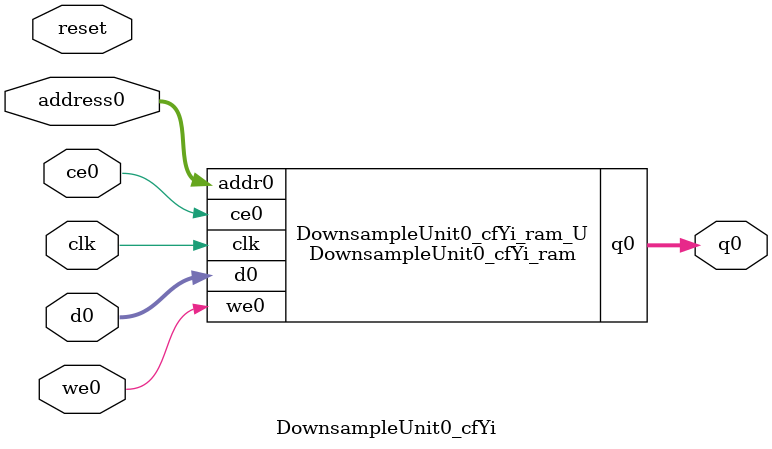
<source format=v>

`timescale 1 ns / 1 ps
module DownsampleUnit0_cfYi_ram (addr0, ce0, d0, we0, q0,  clk);

parameter DWIDTH = 32;
parameter AWIDTH = 13;
parameter MEM_SIZE = 6144;

input[AWIDTH-1:0] addr0;
input ce0;
input[DWIDTH-1:0] d0;
input we0;
output reg[DWIDTH-1:0] q0;
input clk;

(* ram_style = "block" *)reg [DWIDTH-1:0] ram[0:MEM_SIZE-1];




always @(posedge clk)  
begin 
    if (ce0) 
    begin
        if (we0) 
        begin 
            ram[addr0] <= d0; 
            q0 <= d0;
        end 
        else 
            q0 <= ram[addr0];
    end
end


endmodule


`timescale 1 ns / 1 ps
module DownsampleUnit0_cfYi(
    reset,
    clk,
    address0,
    ce0,
    we0,
    d0,
    q0);

parameter DataWidth = 32'd32;
parameter AddressRange = 32'd6144;
parameter AddressWidth = 32'd13;
input reset;
input clk;
input[AddressWidth - 1:0] address0;
input ce0;
input we0;
input[DataWidth - 1:0] d0;
output[DataWidth - 1:0] q0;



DownsampleUnit0_cfYi_ram DownsampleUnit0_cfYi_ram_U(
    .clk( clk ),
    .addr0( address0 ),
    .ce0( ce0 ),
    .d0( d0 ),
    .we0( we0 ),
    .q0( q0 ));

endmodule


</source>
